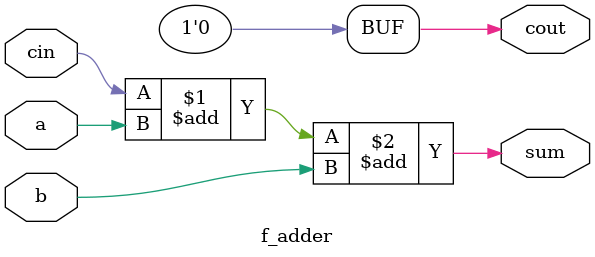
<source format=sv>
module top_module (
    input [3:0] x,
    input [3:0] y,
    output [4:0] sum
);
    wire logic [3:0] cout;
    f_adder f_adder_u1(
        .a(x[0]),
        .b(y[0]),
        .cin(1'd0),
        .cout(cout[0]),
        .sum(sum[0])
    );
    f_adder f_adder_u2(
        .a(x[1]),
        .b(y[1]),
        .cin(cout[0]),
        .cout(cout[1]),
        .sum(sum[1])
    );
    f_adder f_adder_u3(
        .a(x[2]),
        .b(y[2]),
        .cin(cout[1]),
        .cout(cout[2]),
        .sum(sum[2])
    );
    f_adder f_adder_u4(
        .a(x[3]),
        .b(y[3]),
        .cin(cout[2]),
        .cout(cout[3]),
        .sum(sum[3])
    );
    assign sum[4] = cout[3];
endmodule

module f_adder (
    input a,
    input b,
    input cin,
    output cout,
    output sum
);
    assign {cout, sum} = {cin + a + b};

endmodule
</source>
